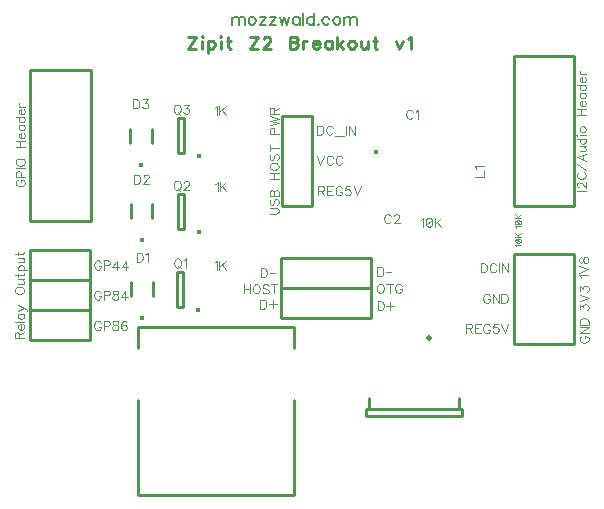
<source format=gbr>
G04 DipTrace 2.4.0.2*
%INTopSilk.gbr*%
%MOIN*%
%ADD10C,0.0098*%
%ADD12C,0.003*%
%ADD24C,0.0168*%
%ADD26C,0.0157*%
%ADD37C,0.0197*%
%ADD43C,0.0154*%
%ADD99C,0.0046*%
%ADD100C,0.0087*%
%ADD101C,0.0062*%
%FSLAX44Y44*%
G04*
G70*
G90*
G75*
G01*
%LNTopSilk*%
%LPD*%
X7946Y7414D2*
D10*
Y7886D1*
X8654Y7414D2*
Y7886D1*
D26*
X8300Y6686D3*
X7936Y10014D2*
D10*
Y10486D1*
X8644Y10014D2*
Y10486D1*
D26*
X8290Y9286D3*
X7907Y12523D2*
D10*
Y12996D1*
X8616Y12523D2*
Y12996D1*
D26*
X8262Y11795D3*
X6606Y14960D2*
D10*
X4574D1*
Y9920D1*
X6606D1*
Y14960D1*
X13968Y13441D2*
X12968D1*
Y10441D1*
X13968D1*
Y13441D1*
X20690Y10440D2*
X22690D1*
Y15440D1*
X20690D1*
Y10440D1*
X6553Y5964D2*
X4553D1*
Y6964D1*
X6553D1*
Y5964D1*
X8160Y6382D2*
X13356D1*
Y784D2*
Y3965D1*
Y5697D2*
Y6375D1*
Y784D2*
X8160D1*
Y3965D1*
Y5697D2*
Y6375D1*
X12940Y7682D2*
X15940D1*
Y6682D1*
X12940D1*
Y7682D1*
Y8690D2*
X15940D1*
Y7690D1*
X12940D1*
Y8690D1*
X18861Y4017D2*
Y3662D1*
X15869D2*
Y4017D1*
D37*
X17876Y6044D3*
X15770Y3662D2*
D10*
X18959D1*
X15770D2*
Y3426D1*
X18959Y3662D2*
Y3426D1*
X15770D2*
X18959D1*
X6553Y6964D2*
X4553D1*
Y7964D1*
X6553D1*
Y6964D1*
Y7964D2*
X4553D1*
Y8964D1*
X6553D1*
Y7964D1*
X20687Y5836D2*
X22687D1*
Y8836D1*
X20687D1*
Y5836D1*
D43*
X10158Y6969D3*
X9656Y7061D2*
D10*
Y8242D1*
X9459D1*
Y7061D1*
X9656D1*
D43*
X10210Y9557D3*
X9708Y9650D2*
D10*
Y10831D1*
X9512D1*
Y9650D1*
X9708D1*
D43*
X10210Y12094D3*
X9709Y12186D2*
D10*
Y13367D1*
X9512D1*
Y12186D1*
X9709D1*
D24*
X16096Y12229D3*
X17325Y13565D2*
D99*
X17311Y13593D1*
X17282Y13622D1*
X17254Y13636D1*
X17196D1*
X17167Y13622D1*
X17139Y13593D1*
X17124Y13565D1*
X17110Y13521D1*
Y13449D1*
X17124Y13407D1*
X17139Y13378D1*
X17167Y13349D1*
X17196Y13335D1*
X17254D1*
X17282Y13349D1*
X17311Y13378D1*
X17325Y13407D1*
X17418Y13578D2*
X17447Y13593D1*
X17490Y13636D1*
Y13335D1*
X16591Y10090D2*
X16577Y10118D1*
X16548Y10147D1*
X16519Y10161D1*
X16462D1*
X16433Y10147D1*
X16404Y10118D1*
X16390Y10090D1*
X16376Y10047D1*
Y9975D1*
X16390Y9932D1*
X16404Y9903D1*
X16433Y9875D1*
X16462Y9860D1*
X16519D1*
X16548Y9875D1*
X16577Y9903D1*
X16591Y9932D1*
X16698Y10089D2*
Y10104D1*
X16712Y10133D1*
X16727Y10147D1*
X16755Y10161D1*
X16813D1*
X16841Y10147D1*
X16856Y10133D1*
X16870Y10104D1*
Y10075D1*
X16856Y10046D1*
X16827Y10004D1*
X16683Y9860D1*
X16884D1*
X8117Y8877D2*
Y8575D1*
X8218D1*
X8261Y8590D1*
X8290Y8618D1*
X8304Y8647D1*
X8318Y8690D1*
Y8762D1*
X8304Y8805D1*
X8290Y8834D1*
X8261Y8862D1*
X8218Y8877D1*
X8117D1*
X8411Y8819D2*
X8440Y8834D1*
X8483Y8876D1*
Y8575D1*
X8043Y11477D2*
Y11175D1*
X8143D1*
X8186Y11190D1*
X8215Y11218D1*
X8229Y11247D1*
X8244Y11290D1*
Y11362D1*
X8229Y11405D1*
X8215Y11434D1*
X8186Y11462D1*
X8143Y11477D1*
X8043D1*
X8351Y11405D2*
Y11419D1*
X8365Y11448D1*
X8379Y11462D1*
X8408Y11476D1*
X8466D1*
X8494Y11462D1*
X8508Y11448D1*
X8523Y11419D1*
Y11391D1*
X8508Y11362D1*
X8480Y11319D1*
X8336Y11175D1*
X8537D1*
X8014Y13986D2*
Y13685D1*
X8115D1*
X8158Y13699D1*
X8187Y13728D1*
X8201Y13757D1*
X8215Y13799D1*
Y13871D1*
X8201Y13915D1*
X8187Y13943D1*
X8158Y13972D1*
X8115Y13986D1*
X8014D1*
X8337D2*
X8494D1*
X8408Y13871D1*
X8452D1*
X8480Y13857D1*
X8494Y13843D1*
X8509Y13799D1*
Y13771D1*
X8494Y13728D1*
X8466Y13699D1*
X8423Y13685D1*
X8380D1*
X8337Y13699D1*
X8323Y13714D1*
X8308Y13742D1*
X22792Y10947D2*
X23093D1*
X22864Y11055D2*
X22849D1*
X22821Y11069D1*
X22806Y11083D1*
X22792Y11112D1*
Y11169D1*
X22806Y11198D1*
X22821Y11212D1*
X22849Y11227D1*
X22878D1*
X22907Y11212D1*
X22950Y11184D1*
X23093Y11040D1*
Y11241D1*
X22863Y11549D2*
X22835Y11534D1*
X22806Y11506D1*
X22792Y11477D1*
Y11420D1*
X22806Y11391D1*
X22835Y11362D1*
X22863Y11348D1*
X22906Y11334D1*
X22978D1*
X23021Y11348D1*
X23050Y11362D1*
X23079Y11391D1*
X23093Y11420D1*
Y11477D1*
X23079Y11506D1*
X23050Y11534D1*
X23021Y11549D1*
X23093Y11641D2*
X22792Y11842D1*
X23093Y12165D2*
X22792Y12050D1*
X23093Y11935D1*
X22993Y11978D2*
Y12122D1*
X22892Y12257D2*
X23036D1*
X23079Y12272D1*
X23093Y12301D1*
Y12344D1*
X23079Y12372D1*
X23036Y12415D1*
X22892D2*
X23093D1*
X22792Y12680D2*
X23093D1*
X22935D2*
X22906Y12651D1*
X22892Y12623D1*
Y12580D1*
X22906Y12551D1*
X22935Y12522D1*
X22978Y12508D1*
X23007D1*
X23050Y12522D1*
X23079Y12551D1*
X23093Y12580D1*
Y12623D1*
X23079Y12651D1*
X23050Y12680D1*
X22792Y12773D2*
X22806Y12787D1*
X22792Y12801D1*
X22777Y12787D1*
X22792Y12773D1*
X22892Y12787D2*
X23093D1*
X22892Y12966D2*
X22906Y12937D1*
X22935Y12908D1*
X22978Y12894D1*
X23007D1*
X23050Y12908D1*
X23079Y12937D1*
X23093Y12966D1*
Y13009D1*
X23079Y13038D1*
X23050Y13066D1*
X23007Y13081D1*
X22978D1*
X22935Y13066D1*
X22906Y13038D1*
X22892Y13009D1*
Y12966D1*
X22792Y13465D2*
X23093D1*
X22792Y13666D2*
X23093D1*
X22935Y13465D2*
Y13666D1*
X22978Y13759D2*
Y13931D1*
X22950D1*
X22921Y13917D1*
X22906Y13902D1*
X22892Y13873D1*
Y13830D1*
X22906Y13802D1*
X22935Y13773D1*
X22978Y13759D1*
X23007D1*
X23050Y13773D1*
X23079Y13802D1*
X23093Y13830D1*
Y13873D1*
X23079Y13902D1*
X23050Y13931D1*
X22892Y14196D2*
X23093D1*
X22935D2*
X22906Y14167D1*
X22892Y14138D1*
Y14095D1*
X22906Y14067D1*
X22935Y14038D1*
X22978Y14023D1*
X23007D1*
X23050Y14038D1*
X23079Y14067D1*
X23093Y14095D1*
Y14138D1*
X23079Y14167D1*
X23050Y14196D1*
X22792Y14460D2*
X23093D1*
X22935D2*
X22906Y14432D1*
X22892Y14403D1*
Y14360D1*
X22906Y14331D1*
X22935Y14302D1*
X22978Y14288D1*
X23007D1*
X23050Y14302D1*
X23079Y14331D1*
X23093Y14360D1*
Y14403D1*
X23079Y14432D1*
X23050Y14460D1*
X22978Y14553D2*
Y14725D1*
X22950D1*
X22921Y14711D1*
X22906Y14696D1*
X22892Y14668D1*
Y14625D1*
X22906Y14596D1*
X22935Y14567D1*
X22978Y14553D1*
X23007D1*
X23050Y14567D1*
X23079Y14596D1*
X23093Y14625D1*
Y14668D1*
X23079Y14696D1*
X23050Y14725D1*
X22892Y14818D2*
X23093D1*
X22978D2*
X22935Y14832D1*
X22906Y14861D1*
X22892Y14890D1*
Y14933D1*
X19391Y11412D2*
X19692D1*
Y11584D1*
X19448Y11677D2*
X19434Y11706D1*
X19391Y11749D1*
X19692D1*
X9456Y8682D2*
X9427Y8668D1*
X9398Y8639D1*
X9384Y8610D1*
X9369Y8567D1*
Y8495D1*
X9384Y8452D1*
X9398Y8424D1*
X9427Y8395D1*
X9456Y8380D1*
X9513D1*
X9542Y8395D1*
X9570Y8424D1*
X9585Y8452D1*
X9599Y8495D1*
Y8567D1*
X9585Y8610D1*
X9570Y8639D1*
X9542Y8668D1*
X9513Y8682D1*
X9456D1*
X9499Y8438D2*
X9585Y8352D1*
X9692Y8624D2*
X9721Y8638D1*
X9764Y8681D1*
Y8380D1*
X9443Y11270D2*
X9415Y11256D1*
X9386Y11227D1*
X9372Y11198D1*
X9357Y11155D1*
Y11084D1*
X9372Y11040D1*
X9386Y11012D1*
X9415Y10983D1*
X9443Y10969D1*
X9501D1*
X9529Y10983D1*
X9558Y11012D1*
X9572Y11040D1*
X9587Y11084D1*
Y11155D1*
X9572Y11198D1*
X9558Y11227D1*
X9529Y11256D1*
X9501Y11270D1*
X9443D1*
X9486Y11026D2*
X9572Y10940D1*
X9694Y11198D2*
Y11212D1*
X9708Y11241D1*
X9723Y11255D1*
X9751Y11270D1*
X9809D1*
X9837Y11255D1*
X9852Y11241D1*
X9866Y11212D1*
Y11184D1*
X9852Y11155D1*
X9823Y11112D1*
X9679Y10968D1*
X9880D1*
X9444Y13806D2*
X9415Y13792D1*
X9386Y13764D1*
X9372Y13735D1*
X9358Y13692D1*
Y13620D1*
X9372Y13577D1*
X9386Y13548D1*
X9415Y13519D1*
X9444Y13505D1*
X9501D1*
X9530Y13519D1*
X9559Y13548D1*
X9573Y13577D1*
X9587Y13620D1*
Y13692D1*
X9573Y13735D1*
X9559Y13764D1*
X9530Y13792D1*
X9501Y13806D1*
X9444D1*
X9487Y13563D2*
X9573Y13476D1*
X9709Y13806D2*
X9866D1*
X9780Y13691D1*
X9824D1*
X9852Y13677D1*
X9866Y13663D1*
X9881Y13620D1*
Y13591D1*
X9866Y13548D1*
X9838Y13519D1*
X9795Y13505D1*
X9752D1*
X9709Y13519D1*
X9695Y13534D1*
X9680Y13562D1*
X10717Y8553D2*
X10746Y8567D1*
X10789Y8610D1*
Y8309D1*
X10882Y8611D2*
Y8309D1*
X11083Y8611D2*
X10882Y8410D1*
X10953Y8482D2*
X11083Y8309D1*
X10744Y11158D2*
X10773Y11173D1*
X10816Y11215D1*
Y10914D1*
X10909Y11216D2*
Y10914D1*
X11110Y11216D2*
X10909Y11015D1*
X10980Y11087D2*
X11110Y10914D1*
X10717Y13693D2*
X10746Y13707D1*
X10789Y13750D1*
Y13449D1*
X10882Y13751D2*
Y13449D1*
X11083Y13751D2*
X10882Y13550D1*
X10953Y13622D2*
X11083Y13449D1*
X17600Y9979D2*
X17629Y9994D1*
X17672Y10037D1*
Y9736D1*
X17851Y10037D2*
X17808Y10022D1*
X17779Y9979D1*
X17765Y9908D1*
Y9865D1*
X17779Y9793D1*
X17808Y9750D1*
X17851Y9736D1*
X17880D1*
X17923Y9750D1*
X17951Y9793D1*
X17966Y9865D1*
Y9908D1*
X17951Y9979D1*
X17923Y10022D1*
X17880Y10037D1*
X17851D1*
X17951Y9979D2*
X17779Y9793D1*
X18059Y10037D2*
Y9736D1*
X18260Y10037D2*
X18059Y9836D1*
X18130Y9908D2*
X18260Y9736D1*
X12244Y7311D2*
Y7009D1*
X12345D1*
X12388Y7024D1*
X12417Y7052D1*
X12431Y7081D1*
X12445Y7124D1*
Y7196D1*
X12431Y7239D1*
X12417Y7268D1*
X12388Y7297D1*
X12345Y7311D1*
X12244D1*
X12667Y7289D2*
Y7031D1*
X12538Y7160D2*
X12796D1*
X12257Y8361D2*
Y8059D1*
X12358D1*
X12401Y8074D1*
X12430Y8102D1*
X12444Y8131D1*
X12458Y8174D1*
Y8246D1*
X12444Y8289D1*
X12430Y8317D1*
X12401Y8346D1*
X12358Y8361D1*
X12257D1*
X12551Y8210D2*
X12717D1*
X11702Y7818D2*
Y7516D1*
X11903Y7818D2*
Y7516D1*
X11702Y7674D2*
X11903D1*
X12082Y7818D2*
X12053Y7803D1*
X12024Y7774D1*
X12010Y7746D1*
X11996Y7703D1*
Y7631D1*
X12010Y7588D1*
X12024Y7559D1*
X12053Y7531D1*
X12082Y7516D1*
X12139D1*
X12168Y7531D1*
X12197Y7559D1*
X12211Y7588D1*
X12225Y7631D1*
Y7703D1*
X12211Y7746D1*
X12197Y7774D1*
X12168Y7803D1*
X12139Y7818D1*
X12082D1*
X12519Y7774D2*
X12490Y7803D1*
X12447Y7818D1*
X12390D1*
X12347Y7803D1*
X12318Y7774D1*
Y7746D1*
X12332Y7717D1*
X12347Y7703D1*
X12375Y7689D1*
X12461Y7660D1*
X12490Y7645D1*
X12504Y7631D1*
X12519Y7602D1*
Y7559D1*
X12490Y7531D1*
X12447Y7516D1*
X12390D1*
X12347Y7531D1*
X12318Y7559D1*
X12712Y7818D2*
Y7516D1*
X12611Y7818D2*
X12812D1*
X16212Y7837D2*
X16184Y7823D1*
X16155Y7794D1*
X16140Y7765D1*
X16126Y7722D1*
Y7650D1*
X16140Y7607D1*
X16155Y7579D1*
X16184Y7550D1*
X16212Y7535D1*
X16270D1*
X16298Y7550D1*
X16327Y7579D1*
X16341Y7607D1*
X16356Y7650D1*
Y7722D1*
X16341Y7765D1*
X16327Y7794D1*
X16298Y7823D1*
X16270Y7837D1*
X16212D1*
X16549D2*
Y7535D1*
X16448Y7837D2*
X16649D1*
X16957Y7765D2*
X16943Y7794D1*
X16914Y7823D1*
X16885Y7837D1*
X16828D1*
X16799Y7823D1*
X16771Y7794D1*
X16756Y7765D1*
X16742Y7722D1*
Y7650D1*
X16756Y7607D1*
X16771Y7579D1*
X16799Y7550D1*
X16828Y7535D1*
X16885D1*
X16914Y7550D1*
X16943Y7579D1*
X16957Y7607D1*
Y7650D1*
X16885D1*
X14180Y10945D2*
X14309D1*
X14352Y10960D1*
X14366Y10974D1*
X14380Y11003D1*
Y11032D1*
X14366Y11060D1*
X14352Y11075D1*
X14309Y11089D1*
X14180D1*
Y10788D1*
X14280Y10945D2*
X14380Y10788D1*
X14659Y11089D2*
X14473D1*
Y10788D1*
X14659D1*
X14473Y10945D2*
X14588D1*
X14967Y11017D2*
X14953Y11046D1*
X14924Y11075D1*
X14896Y11089D1*
X14838D1*
X14809Y11075D1*
X14781Y11046D1*
X14766Y11017D1*
X14752Y10974D1*
Y10902D1*
X14766Y10860D1*
X14781Y10831D1*
X14809Y10802D1*
X14838Y10788D1*
X14896D1*
X14924Y10802D1*
X14953Y10831D1*
X14967Y10860D1*
Y10902D1*
X14896D1*
X15232Y11089D2*
X15089D1*
X15075Y10960D1*
X15089Y10974D1*
X15132Y10989D1*
X15175D1*
X15218Y10974D1*
X15247Y10945D1*
X15261Y10902D1*
Y10874D1*
X15247Y10831D1*
X15218Y10802D1*
X15175Y10788D1*
X15132D1*
X15089Y10802D1*
X15075Y10816D1*
X15060Y10845D1*
X15354Y11089D2*
X15468Y10788D1*
X15583Y11089D1*
X14145Y13111D2*
Y12809D1*
X14245D1*
X14289Y12824D1*
X14317Y12852D1*
X14332Y12881D1*
X14346Y12924D1*
Y12996D1*
X14332Y13039D1*
X14317Y13068D1*
X14289Y13096D1*
X14245Y13111D1*
X14145D1*
X14654Y13039D2*
X14639Y13068D1*
X14611Y13096D1*
X14582Y13111D1*
X14525D1*
X14496Y13096D1*
X14467Y13068D1*
X14453Y13039D1*
X14439Y12996D1*
Y12924D1*
X14453Y12881D1*
X14467Y12852D1*
X14496Y12824D1*
X14525Y12809D1*
X14582D1*
X14611Y12824D1*
X14639Y12852D1*
X14654Y12881D1*
X14746Y12759D2*
X15019D1*
X15112Y13111D2*
Y12809D1*
X15405Y13111D2*
Y12809D1*
X15204Y13111D1*
Y12809D1*
X14128Y12108D2*
X14242Y11807D1*
X14357Y12108D1*
X14665Y12037D2*
X14651Y12065D1*
X14622Y12094D1*
X14593Y12108D1*
X14536D1*
X14507Y12094D1*
X14479Y12065D1*
X14464Y12037D1*
X14450Y11994D1*
Y11922D1*
X14464Y11879D1*
X14479Y11850D1*
X14507Y11822D1*
X14536Y11807D1*
X14593D1*
X14622Y11822D1*
X14651Y11850D1*
X14665Y11879D1*
X14973Y12037D2*
X14959Y12065D1*
X14930Y12094D1*
X14901Y12108D1*
X14844D1*
X14815Y12094D1*
X14786Y12065D1*
X14772Y12037D1*
X14758Y11994D1*
Y11922D1*
X14772Y11879D1*
X14786Y11850D1*
X14815Y11822D1*
X14844Y11807D1*
X14901D1*
X14930Y11822D1*
X14959Y11850D1*
X14973Y11879D1*
X12555Y10170D2*
X12770D1*
X12813Y10184D1*
X12842Y10213D1*
X12856Y10256D1*
Y10285D1*
X12842Y10328D1*
X12813Y10357D1*
X12770Y10371D1*
X12555D1*
X12598Y10664D2*
X12569Y10636D1*
X12555Y10593D1*
Y10535D1*
X12569Y10492D1*
X12598Y10464D1*
X12626D1*
X12655Y10478D1*
X12669Y10492D1*
X12684Y10521D1*
X12713Y10607D1*
X12727Y10636D1*
X12741Y10650D1*
X12770Y10664D1*
X12813D1*
X12842Y10636D1*
X12856Y10593D1*
Y10535D1*
X12842Y10492D1*
X12813Y10464D1*
X12555Y10757D2*
X12856D1*
Y10886D1*
X12842Y10930D1*
X12827Y10944D1*
X12799Y10958D1*
X12756D1*
X12727Y10944D1*
X12713Y10930D1*
X12698Y10886D1*
X12684Y10930D1*
X12669Y10944D1*
X12641Y10958D1*
X12612D1*
X12584Y10944D1*
X12569Y10930D1*
X12555Y10886D1*
Y10757D1*
X12698D2*
Y10886D1*
X12555Y11342D2*
X12856D1*
X12555Y11543D2*
X12856D1*
X12698Y11342D2*
Y11543D1*
X12555Y11722D2*
X12569Y11693D1*
X12598Y11665D1*
X12626Y11650D1*
X12669Y11636D1*
X12741D1*
X12784Y11650D1*
X12813Y11665D1*
X12842Y11693D1*
X12856Y11722D1*
Y11780D1*
X12842Y11808D1*
X12813Y11837D1*
X12784Y11851D1*
X12741Y11865D1*
X12669D1*
X12626Y11851D1*
X12598Y11837D1*
X12569Y11808D1*
X12555Y11780D1*
Y11722D1*
X12598Y12159D2*
X12569Y12130D1*
X12555Y12087D1*
Y12030D1*
X12569Y11987D1*
X12598Y11958D1*
X12626D1*
X12655Y11973D1*
X12669Y11987D1*
X12684Y12015D1*
X12713Y12102D1*
X12727Y12130D1*
X12741Y12145D1*
X12770Y12159D1*
X12813D1*
X12842Y12130D1*
X12856Y12087D1*
Y12030D1*
X12842Y11987D1*
X12813Y11958D1*
X12555Y12352D2*
X12856D1*
X12555Y12252D2*
Y12453D1*
X12713Y12837D2*
Y12966D1*
X12698Y13009D1*
X12684Y13024D1*
X12655Y13038D1*
X12612D1*
X12584Y13024D1*
X12569Y13009D1*
X12555Y12966D1*
Y12837D1*
X12856D1*
X12555Y13130D2*
X12856Y13202D1*
X12555Y13274D1*
X12856Y13346D1*
X12555Y13418D1*
X12698Y13510D2*
Y13639D1*
X12684Y13682D1*
X12669Y13697D1*
X12641Y13711D1*
X12612D1*
X12584Y13697D1*
X12569Y13682D1*
X12555Y13639D1*
Y13510D1*
X12856D1*
X12698Y13611D2*
X12856Y13711D1*
X4211Y6016D2*
Y6145D1*
X4197Y6188D1*
X4182Y6203D1*
X4154Y6217D1*
X4125D1*
X4096Y6203D1*
X4082Y6188D1*
X4068Y6145D1*
Y6016D1*
X4369D1*
X4211Y6117D2*
X4369Y6217D1*
X4254Y6310D2*
Y6482D1*
X4225D1*
X4197Y6467D1*
X4182Y6453D1*
X4168Y6424D1*
Y6381D1*
X4182Y6353D1*
X4211Y6324D1*
X4254Y6310D1*
X4283D1*
X4326Y6324D1*
X4354Y6353D1*
X4369Y6381D1*
Y6424D1*
X4354Y6453D1*
X4326Y6482D1*
X4068Y6574D2*
X4369D1*
X4168Y6839D2*
X4369D1*
X4211D2*
X4182Y6811D1*
X4168Y6782D1*
Y6739D1*
X4182Y6710D1*
X4211Y6682D1*
X4254Y6667D1*
X4283D1*
X4326Y6682D1*
X4354Y6710D1*
X4369Y6739D1*
Y6782D1*
X4354Y6811D1*
X4326Y6839D1*
X4168Y6946D2*
X4369Y7032D1*
X4426Y7004D1*
X4455Y6975D1*
X4470Y6946D1*
Y6932D1*
X4168Y7118D2*
X4369Y7032D1*
X4068Y7589D2*
X4082Y7560D1*
X4111Y7532D1*
X4139Y7517D1*
X4182Y7503D1*
X4254D1*
X4297Y7517D1*
X4326Y7532D1*
X4354Y7560D1*
X4369Y7589D1*
Y7646D1*
X4354Y7675D1*
X4326Y7704D1*
X4297Y7718D1*
X4254Y7732D1*
X4182D1*
X4139Y7718D1*
X4111Y7704D1*
X4082Y7675D1*
X4068Y7646D1*
Y7589D1*
X4168Y7825D2*
X4312D1*
X4354Y7839D1*
X4369Y7868D1*
Y7911D1*
X4354Y7940D1*
X4312Y7983D1*
X4168D2*
X4369D1*
X4068Y8118D2*
X4312D1*
X4354Y8133D1*
X4369Y8162D1*
Y8190D1*
X4168Y8075D2*
Y8176D1*
Y8283D2*
X4470D1*
X4211D2*
X4183Y8312D1*
X4168Y8340D1*
Y8383D1*
X4183Y8412D1*
X4211Y8441D1*
X4254Y8455D1*
X4283D1*
X4326Y8441D1*
X4355Y8412D1*
X4369Y8383D1*
Y8340D1*
X4355Y8312D1*
X4326Y8283D1*
X4168Y8548D2*
X4312D1*
X4354Y8562D1*
X4369Y8591D1*
Y8634D1*
X4354Y8662D1*
X4312Y8706D1*
X4168D2*
X4369D1*
X4068Y8841D2*
X4312D1*
X4354Y8856D1*
X4369Y8884D1*
Y8913D1*
X4168Y8798D2*
Y8899D1*
X6923Y8542D2*
X6909Y8571D1*
X6880Y8599D1*
X6852Y8614D1*
X6794D1*
X6766Y8599D1*
X6737Y8571D1*
X6722Y8542D1*
X6708Y8499D1*
Y8427D1*
X6722Y8384D1*
X6737Y8355D1*
X6766Y8327D1*
X6794Y8312D1*
X6852D1*
X6880Y8327D1*
X6909Y8355D1*
X6923Y8384D1*
Y8427D1*
X6852D1*
X7016Y8456D2*
X7145D1*
X7188Y8470D1*
X7203Y8485D1*
X7217Y8513D1*
Y8556D1*
X7203Y8585D1*
X7188Y8599D1*
X7145Y8614D1*
X7016D1*
Y8312D1*
X7453D2*
Y8613D1*
X7310Y8413D1*
X7525D1*
X7761Y8312D2*
Y8613D1*
X7617Y8413D1*
X7833D1*
X6925Y7540D2*
X6911Y7568D1*
X6882Y7597D1*
X6853Y7612D1*
X6796D1*
X6767Y7597D1*
X6739Y7568D1*
X6724Y7540D1*
X6710Y7497D1*
Y7425D1*
X6724Y7382D1*
X6739Y7353D1*
X6767Y7325D1*
X6796Y7310D1*
X6853D1*
X6882Y7325D1*
X6911Y7353D1*
X6925Y7382D1*
Y7425D1*
X6853D1*
X7018Y7454D2*
X7147D1*
X7190Y7468D1*
X7204Y7483D1*
X7219Y7511D1*
Y7554D1*
X7204Y7583D1*
X7190Y7597D1*
X7147Y7612D1*
X7018D1*
Y7310D1*
X7383Y7611D2*
X7340Y7597D1*
X7325Y7568D1*
Y7540D1*
X7340Y7511D1*
X7369Y7496D1*
X7426Y7482D1*
X7469Y7468D1*
X7498Y7439D1*
X7512Y7411D1*
Y7367D1*
X7498Y7339D1*
X7483Y7324D1*
X7440Y7310D1*
X7383D1*
X7340Y7324D1*
X7325Y7339D1*
X7311Y7367D1*
Y7411D1*
X7325Y7439D1*
X7354Y7468D1*
X7397Y7482D1*
X7454Y7496D1*
X7483Y7511D1*
X7498Y7540D1*
Y7568D1*
X7483Y7597D1*
X7440Y7611D1*
X7383D1*
X7748Y7310D2*
Y7611D1*
X7604Y7411D1*
X7820D1*
X6927Y6524D2*
X6912Y6552D1*
X6883Y6581D1*
X6855Y6595D1*
X6798D1*
X6769Y6581D1*
X6740Y6552D1*
X6726Y6524D1*
X6711Y6480D1*
Y6409D1*
X6726Y6366D1*
X6740Y6337D1*
X6769Y6308D1*
X6798Y6294D1*
X6855D1*
X6883Y6308D1*
X6912Y6337D1*
X6927Y6366D1*
Y6409D1*
X6855D1*
X7019Y6437D2*
X7149D1*
X7191Y6452D1*
X7206Y6466D1*
X7220Y6495D1*
Y6538D1*
X7206Y6566D1*
X7191Y6581D1*
X7149Y6595D1*
X7019D1*
Y6294D1*
X7384Y6595D2*
X7342Y6581D1*
X7327Y6552D1*
Y6523D1*
X7342Y6495D1*
X7370Y6480D1*
X7428Y6466D1*
X7471Y6452D1*
X7499Y6423D1*
X7513Y6394D1*
Y6351D1*
X7499Y6323D1*
X7485Y6308D1*
X7442Y6294D1*
X7384D1*
X7342Y6308D1*
X7327Y6323D1*
X7313Y6351D1*
Y6394D1*
X7327Y6423D1*
X7356Y6452D1*
X7399Y6466D1*
X7456Y6480D1*
X7485Y6495D1*
X7499Y6523D1*
Y6552D1*
X7485Y6581D1*
X7442Y6595D1*
X7384D1*
X7778Y6552D2*
X7764Y6581D1*
X7721Y6595D1*
X7692D1*
X7649Y6581D1*
X7620Y6538D1*
X7606Y6466D1*
Y6394D1*
X7620Y6337D1*
X7649Y6308D1*
X7692Y6294D1*
X7707D1*
X7749Y6308D1*
X7778Y6337D1*
X7792Y6380D1*
Y6394D1*
X7778Y6437D1*
X7749Y6466D1*
X7707Y6480D1*
X7692D1*
X7649Y6466D1*
X7620Y6437D1*
X7606Y6394D1*
X22931Y8046D2*
X22917Y8074D1*
X22874Y8118D1*
X23175D1*
X22874Y8210D2*
X23175Y8325D1*
X22874Y8440D1*
Y8604D2*
X22888Y8561D1*
X22917Y8547D1*
X22946D1*
X22974Y8561D1*
X22989Y8590D1*
X23003Y8647D1*
X23017Y8690D1*
X23046Y8719D1*
X23075Y8733D1*
X23118D1*
X23146Y8719D1*
X23161Y8704D1*
X23175Y8661D1*
Y8604D1*
X23161Y8561D1*
X23146Y8547D1*
X23118Y8532D1*
X23075D1*
X23046Y8547D1*
X23017Y8575D1*
X23003Y8618D1*
X22989Y8676D1*
X22974Y8704D1*
X22946Y8719D1*
X22917D1*
X22888Y8704D1*
X22874Y8661D1*
Y8604D1*
X22883Y6984D2*
Y7141D1*
X22998Y7055D1*
Y7098D1*
X23012Y7127D1*
X23026Y7141D1*
X23069Y7156D1*
X23098D1*
X23141Y7141D1*
X23170Y7113D1*
X23184Y7070D1*
Y7026D1*
X23170Y6984D1*
X23155Y6969D1*
X23127Y6955D1*
X22883Y7248D2*
X23184Y7363D1*
X22883Y7478D1*
Y7599D2*
Y7757D1*
X22998Y7671D1*
Y7714D1*
X23012Y7743D1*
X23026Y7757D1*
X23069Y7771D1*
X23098D1*
X23141Y7757D1*
X23170Y7728D1*
X23184Y7685D1*
Y7642D1*
X23170Y7599D1*
X23155Y7585D1*
X23127Y7571D1*
X22957Y6094D2*
X22929Y6079D1*
X22900Y6050D1*
X22886Y6022D1*
Y5965D1*
X22900Y5936D1*
X22929Y5907D1*
X22957Y5893D1*
X23001Y5878D1*
X23072D1*
X23115Y5893D1*
X23144Y5907D1*
X23173Y5936D1*
X23187Y5965D1*
Y6022D1*
X23173Y6050D1*
X23144Y6079D1*
X23115Y6094D1*
X23072D1*
Y6022D1*
X22886Y6387D2*
X23187D1*
X22886Y6186D1*
X23187D1*
X22886Y6480D2*
X23187D1*
Y6580D1*
X23173Y6623D1*
X23144Y6652D1*
X23115Y6667D1*
X23072Y6681D1*
X23001D1*
X22957Y6667D1*
X22929Y6652D1*
X22900Y6623D1*
X22886Y6580D1*
Y6480D1*
X19106Y6355D2*
X19235D1*
X19279Y6370D1*
X19293Y6384D1*
X19307Y6413D1*
Y6442D1*
X19293Y6470D1*
X19279Y6485D1*
X19235Y6499D1*
X19106D1*
Y6197D1*
X19207Y6355D2*
X19307Y6197D1*
X19586Y6499D2*
X19400D1*
Y6197D1*
X19586D1*
X19400Y6355D2*
X19515D1*
X19894Y6427D2*
X19880Y6456D1*
X19851Y6485D1*
X19823Y6499D1*
X19765D1*
X19736Y6485D1*
X19708Y6456D1*
X19693Y6427D1*
X19679Y6384D1*
Y6312D1*
X19693Y6269D1*
X19708Y6241D1*
X19736Y6212D1*
X19765Y6197D1*
X19823D1*
X19851Y6212D1*
X19880Y6241D1*
X19894Y6269D1*
Y6312D1*
X19823D1*
X20159Y6499D2*
X20016D1*
X20001Y6370D1*
X20016Y6384D1*
X20059Y6398D1*
X20102D1*
X20145Y6384D1*
X20174Y6355D1*
X20188Y6312D1*
Y6284D1*
X20174Y6241D1*
X20145Y6212D1*
X20102Y6197D1*
X20059D1*
X20016Y6212D1*
X20001Y6226D1*
X19987Y6255D1*
X20281Y6499D2*
X20395Y6197D1*
X20510Y6499D1*
X19596Y8520D2*
Y8219D1*
X19696D1*
X19739Y8234D1*
X19768Y8262D1*
X19783Y8291D1*
X19797Y8334D1*
Y8406D1*
X19783Y8449D1*
X19768Y8477D1*
X19739Y8506D1*
X19696Y8520D1*
X19596D1*
X20105Y8449D2*
X20090Y8477D1*
X20062Y8506D1*
X20033Y8520D1*
X19976D1*
X19947Y8506D1*
X19918Y8477D1*
X19904Y8449D1*
X19889Y8406D1*
Y8334D1*
X19904Y8291D1*
X19918Y8262D1*
X19947Y8234D1*
X19976Y8219D1*
X20033D1*
X20062Y8234D1*
X20090Y8262D1*
X20105Y8291D1*
X20197Y8520D2*
Y8219D1*
X20491Y8520D2*
Y8219D1*
X20290Y8520D1*
Y8219D1*
X9847Y16080D2*
D100*
X10115D1*
X9847Y15678D1*
X10115D1*
X10290Y16080D2*
X10309Y16061D1*
X10329Y16080D1*
X10309Y16100D1*
X10290Y16080D1*
X10309Y15946D2*
Y15678D1*
X10504Y15946D2*
Y15544D1*
Y15889D2*
X10542Y15927D1*
X10580Y15946D1*
X10638D1*
X10676Y15927D1*
X10714Y15889D1*
X10734Y15831D1*
Y15793D1*
X10714Y15736D1*
X10676Y15697D1*
X10638Y15678D1*
X10580D1*
X10542Y15697D1*
X10504Y15736D1*
X10908Y16080D2*
X10928Y16061D1*
X10947Y16080D1*
X10928Y16100D1*
X10908Y16080D1*
X10928Y15946D2*
Y15678D1*
X11179Y16080D2*
Y15755D1*
X11198Y15698D1*
X11237Y15678D1*
X11275D1*
X11122Y15946D2*
X11256D1*
X11890Y16080D2*
X12158D1*
X11890Y15678D1*
X12158D1*
X12353Y15984D2*
Y16003D1*
X12372Y16042D1*
X12391Y16061D1*
X12429Y16080D1*
X12506D1*
X12544Y16061D1*
X12563Y16042D1*
X12582Y16003D1*
Y15965D1*
X12563Y15927D1*
X12525Y15870D1*
X12333Y15678D1*
X12601D1*
X13216Y16080D2*
Y15678D1*
X13389D1*
X13446Y15698D1*
X13465Y15717D1*
X13484Y15755D1*
Y15812D1*
X13465Y15851D1*
X13446Y15870D1*
X13389Y15889D1*
X13446Y15908D1*
X13465Y15927D1*
X13484Y15965D1*
Y16004D1*
X13465Y16042D1*
X13446Y16061D1*
X13389Y16080D1*
X13216D1*
Y15889D2*
X13389D1*
X13659Y15946D2*
Y15678D1*
Y15831D2*
X13679Y15889D1*
X13717Y15927D1*
X13755Y15946D1*
X13813D1*
X13988Y15831D2*
X14217D1*
Y15870D1*
X14198Y15908D1*
X14179Y15927D1*
X14141Y15946D1*
X14083D1*
X14045Y15927D1*
X14007Y15889D1*
X13988Y15831D1*
Y15793D1*
X14007Y15736D1*
X14045Y15698D1*
X14083Y15678D1*
X14141D1*
X14179Y15698D1*
X14217Y15736D1*
X14622Y15946D2*
Y15678D1*
Y15889D2*
X14584Y15927D1*
X14545Y15946D1*
X14488D1*
X14450Y15927D1*
X14412Y15889D1*
X14392Y15831D1*
Y15793D1*
X14412Y15736D1*
X14450Y15698D1*
X14488Y15678D1*
X14545D1*
X14584Y15698D1*
X14622Y15736D1*
X14797Y16080D2*
Y15678D1*
X14988Y15946D2*
X14797Y15755D1*
X14873Y15831D2*
X15007Y15678D1*
X15277Y15946D2*
X15239Y15927D1*
X15201Y15889D1*
X15182Y15831D1*
Y15793D1*
X15201Y15736D1*
X15239Y15698D1*
X15277Y15678D1*
X15335D1*
X15373Y15698D1*
X15411Y15736D1*
X15431Y15793D1*
Y15831D1*
X15411Y15889D1*
X15373Y15927D1*
X15335Y15946D1*
X15277D1*
X15606D2*
Y15755D1*
X15625Y15698D1*
X15663Y15678D1*
X15721D1*
X15759Y15698D1*
X15816Y15755D1*
Y15946D2*
Y15678D1*
X16049Y16080D2*
Y15755D1*
X16068Y15698D1*
X16106Y15678D1*
X16144D1*
X15991Y15946D2*
X16125D1*
X16760D2*
X16875Y15678D1*
X16989Y15946D1*
X17164Y16003D2*
X17203Y16023D1*
X17260Y16080D1*
Y15678D1*
X11305Y16736D2*
D101*
Y16468D1*
Y16660D2*
X11363Y16717D1*
X11401Y16736D1*
X11458D1*
X11497Y16717D1*
X11516Y16660D1*
Y16468D1*
Y16660D2*
X11573Y16717D1*
X11612Y16736D1*
X11669D1*
X11707Y16717D1*
X11727Y16660D1*
Y16468D1*
X11946Y16736D2*
X11908Y16717D1*
X11869Y16679D1*
X11850Y16621D1*
Y16583D1*
X11869Y16526D1*
X11908Y16488D1*
X11946Y16468D1*
X12003D1*
X12042Y16488D1*
X12080Y16526D1*
X12099Y16583D1*
Y16621D1*
X12080Y16679D1*
X12042Y16717D1*
X12003Y16736D1*
X11946D1*
X12223D2*
X12433D1*
X12223Y16468D1*
X12433D1*
X12557Y16736D2*
X12767D1*
X12557Y16468D1*
X12767D1*
X12890Y16736D2*
X12967Y16468D1*
X13043Y16736D1*
X13120Y16468D1*
X13196Y16736D1*
X13549D2*
Y16468D1*
Y16679D2*
X13511Y16717D1*
X13473Y16736D1*
X13416D1*
X13377Y16717D1*
X13339Y16679D1*
X13320Y16621D1*
Y16583D1*
X13339Y16526D1*
X13377Y16488D1*
X13416Y16468D1*
X13473D1*
X13511Y16488D1*
X13549Y16526D1*
X13673Y16870D2*
Y16468D1*
X14026Y16870D2*
Y16468D1*
Y16679D2*
X13988Y16717D1*
X13949Y16736D1*
X13892D1*
X13854Y16717D1*
X13815Y16679D1*
X13796Y16621D1*
Y16583D1*
X13815Y16526D1*
X13854Y16488D1*
X13892Y16468D1*
X13949D1*
X13988Y16488D1*
X14026Y16526D1*
X14168Y16507D2*
X14149Y16487D1*
X14168Y16468D1*
X14188Y16487D1*
X14168Y16507D1*
X14541Y16679D2*
X14503Y16717D1*
X14464Y16736D1*
X14407D1*
X14369Y16717D1*
X14331Y16679D1*
X14311Y16621D1*
Y16583D1*
X14331Y16526D1*
X14369Y16488D1*
X14407Y16468D1*
X14464D1*
X14503Y16488D1*
X14541Y16526D1*
X14760Y16736D2*
X14722Y16717D1*
X14684Y16679D1*
X14665Y16621D1*
Y16583D1*
X14684Y16526D1*
X14722Y16488D1*
X14760Y16468D1*
X14818D1*
X14856Y16488D1*
X14894Y16526D1*
X14914Y16583D1*
Y16621D1*
X14894Y16679D1*
X14856Y16717D1*
X14818Y16736D1*
X14760D1*
X15037D2*
Y16468D1*
Y16660D2*
X15095Y16717D1*
X15133Y16736D1*
X15190D1*
X15229Y16717D1*
X15248Y16660D1*
Y16468D1*
Y16660D2*
X15305Y16717D1*
X15344Y16736D1*
X15401D1*
X15439Y16717D1*
X15459Y16660D1*
Y16468D1*
X19896Y7432D2*
D99*
X19882Y7461D1*
X19853Y7490D1*
X19824Y7504D1*
X19767D1*
X19738Y7490D1*
X19710Y7461D1*
X19695Y7432D1*
X19681Y7389D1*
Y7317D1*
X19695Y7275D1*
X19710Y7246D1*
X19738Y7217D1*
X19767Y7203D1*
X19824D1*
X19853Y7217D1*
X19882Y7246D1*
X19896Y7275D1*
Y7317D1*
X19824D1*
X20190Y7504D2*
Y7203D1*
X19989Y7504D1*
Y7203D1*
X20282Y7504D2*
Y7203D1*
X20383D1*
X20426Y7217D1*
X20455Y7246D1*
X20469Y7275D1*
X20483Y7317D1*
Y7389D1*
X20469Y7432D1*
X20455Y7461D1*
X20426Y7490D1*
X20383Y7504D1*
X20282D1*
X20770Y9708D2*
D12*
X20760Y9728D1*
X20732Y9756D1*
X20933D1*
X20732Y9876D2*
X20741Y9847D1*
X20770Y9828D1*
X20818Y9818D1*
X20847D1*
X20894Y9828D1*
X20923Y9847D1*
X20933Y9876D1*
Y9895D1*
X20923Y9923D1*
X20894Y9942D1*
X20847Y9952D1*
X20818D1*
X20770Y9942D1*
X20741Y9923D1*
X20732Y9895D1*
Y9876D1*
X20770Y9942D2*
X20894Y9828D1*
X20732Y10014D2*
X20933D1*
X20732Y10148D2*
X20866Y10014D1*
X20818Y10062D2*
X20933Y10148D1*
X20782Y9097D2*
X20773Y9116D1*
X20744Y9145D1*
X20945D1*
X20744Y9264D2*
X20754Y9236D1*
X20782Y9216D1*
X20830Y9207D1*
X20859D1*
X20907Y9216D1*
X20935Y9236D1*
X20945Y9264D1*
Y9283D1*
X20935Y9312D1*
X20907Y9331D1*
X20859Y9341D1*
X20830D1*
X20782Y9331D1*
X20754Y9312D1*
X20744Y9283D1*
Y9264D1*
X20782Y9331D2*
X20907Y9216D1*
X20744Y9403D2*
X20945D1*
X20744Y9537D2*
X20878Y9403D1*
X20830Y9450D2*
X20945Y9537D1*
X4166Y11301D2*
D99*
X4137Y11287D1*
X4108Y11258D1*
X4094Y11229D1*
Y11172D1*
X4108Y11143D1*
X4137Y11115D1*
X4166Y11100D1*
X4209Y11086D1*
X4281D1*
X4324Y11100D1*
X4353Y11115D1*
X4381Y11143D1*
X4396Y11172D1*
Y11229D1*
X4381Y11258D1*
X4353Y11287D1*
X4324Y11301D1*
X4281D1*
Y11229D1*
X4252Y11394D2*
Y11523D1*
X4238Y11566D1*
X4223Y11580D1*
X4195Y11595D1*
X4152D1*
X4123Y11580D1*
X4108Y11566D1*
X4094Y11523D1*
Y11394D1*
X4396D1*
X4094Y11687D2*
X4396D1*
X4094Y11866D2*
X4108Y11837D1*
X4137Y11809D1*
X4166Y11794D1*
X4209Y11780D1*
X4281D1*
X4324Y11794D1*
X4353Y11809D1*
X4381Y11837D1*
X4396Y11866D1*
Y11924D1*
X4381Y11952D1*
X4353Y11981D1*
X4324Y11995D1*
X4281Y12009D1*
X4209D1*
X4166Y11995D1*
X4137Y11981D1*
X4108Y11952D1*
X4094Y11924D1*
Y11866D1*
Y12394D2*
X4396D1*
X4094Y12595D2*
X4396D1*
X4238Y12394D2*
Y12595D1*
X4281Y12687D2*
Y12859D1*
X4252D1*
X4223Y12845D1*
X4209Y12831D1*
X4195Y12802D1*
Y12759D1*
X4209Y12730D1*
X4238Y12702D1*
X4281Y12687D1*
X4309D1*
X4353Y12702D1*
X4381Y12730D1*
X4396Y12759D1*
Y12802D1*
X4381Y12831D1*
X4353Y12859D1*
X4195Y13124D2*
X4396D1*
X4238D2*
X4209Y13096D1*
X4195Y13067D1*
Y13024D1*
X4209Y12995D1*
X4238Y12967D1*
X4281Y12952D1*
X4309D1*
X4353Y12967D1*
X4381Y12995D1*
X4396Y13024D1*
Y13067D1*
X4381Y13096D1*
X4353Y13124D1*
X4094Y13389D2*
X4396D1*
X4238D2*
X4209Y13360D1*
X4195Y13332D1*
Y13288D1*
X4209Y13260D1*
X4238Y13231D1*
X4281Y13217D1*
X4309D1*
X4353Y13231D1*
X4381Y13260D1*
X4396Y13288D1*
Y13332D1*
X4381Y13360D1*
X4353Y13389D1*
X4281Y13482D2*
Y13654D1*
X4252D1*
X4223Y13639D1*
X4209Y13625D1*
X4195Y13596D1*
Y13553D1*
X4209Y13525D1*
X4238Y13496D1*
X4281Y13482D1*
X4309D1*
X4353Y13496D1*
X4381Y13525D1*
X4396Y13553D1*
Y13596D1*
X4381Y13625D1*
X4353Y13654D1*
X4195Y13746D2*
X4396D1*
X4281D2*
X4238Y13761D1*
X4209Y13789D1*
X4195Y13818D1*
Y13861D1*
X16155Y7260D2*
Y6959D1*
X16255D1*
X16298Y6973D1*
X16327Y7002D1*
X16341Y7031D1*
X16355Y7073D1*
Y7145D1*
X16341Y7188D1*
X16327Y7217D1*
X16298Y7246D1*
X16255Y7260D1*
X16155D1*
X16577Y7238D2*
Y6980D1*
X16448Y7109D2*
X16706D1*
X16144Y8397D2*
Y8096D1*
X16244D1*
X16287Y8111D1*
X16316Y8139D1*
X16330Y8168D1*
X16345Y8211D1*
Y8283D1*
X16330Y8326D1*
X16316Y8354D1*
X16287Y8383D1*
X16244Y8397D1*
X16144D1*
X16437Y8246D2*
X16603D1*
M02*

</source>
